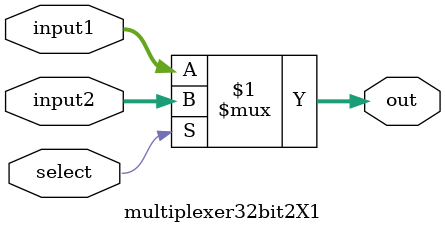
<source format=v>
`timescale 1ns / 1ps
module multiplexer32bit2X1(
    input [31:0] input1,
    input [31:0] input2,
    input select,
    output wire [31:0] out
    );

	assign out = select? input2 : input1;

endmodule

</source>
